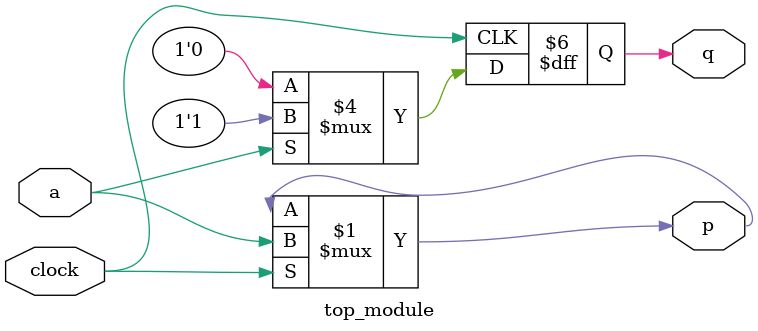
<source format=v>
module top_module (
    input clock,
    input a,
    output reg p,
    output reg q );

    assign p = clock ? a : p;

    always @(negedge clock) begin
        if (a)
            q <= 1'b1;
        else
            q <= 1'b0;
    end

endmodule
</source>
